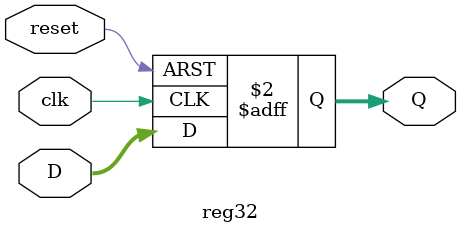
<source format=v>
`timescale 1ns / 1ps
/****************************** C E C S  4 4 0 ******************************
 * 
 * File Name:  reg32.v
 * Project:    CECS 440 Senior Project Design
 * Designer:   Joseph Almeida
 * Email:      Josephnalmeida@gmail.com
 * Rev. No.:   Version 1.0
 * Rev. Date:  October 4, 2018 
 *
 * Purpose: General purpose 32-bit register
 *         
 * Notes:
 *
 ****************************************************************************/
module reg32(
    input clk,
    input reset,
    input [31:0] D,
    output reg [31:0] Q
    );

	always@(posedge clk, posedge reset) begin
		if (reset) Q <= 0;
		else Q <= D;
	end

endmodule

</source>
